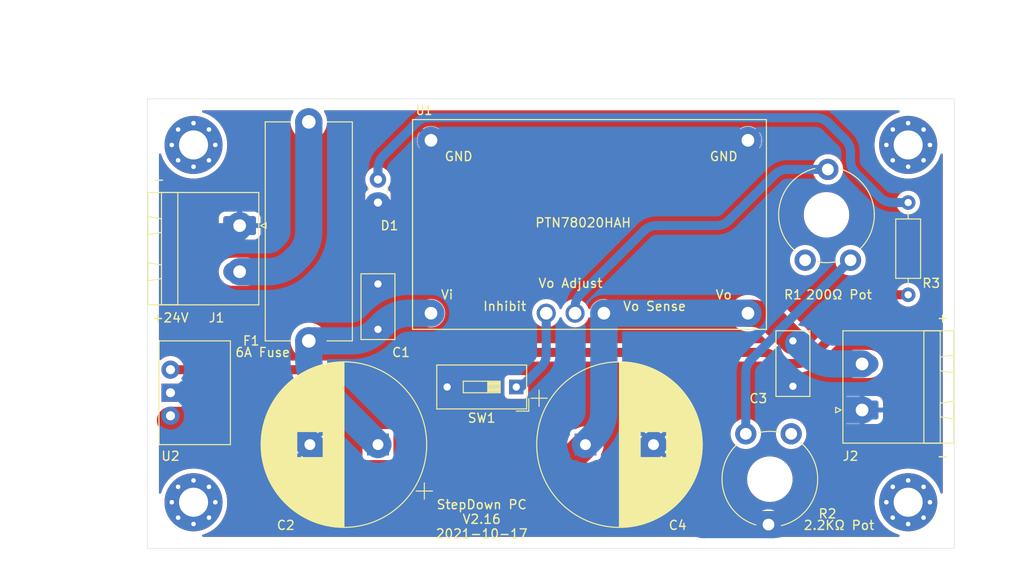
<source format=kicad_pcb>
(kicad_pcb (version 20211014) (generator pcbnew)
  (title_block (title "StepDown PC") (date "2022-09-27") (rev "2.16") (company "Gianluca De Rossi"))
  (layers (0 "F.Cu" signal) (31 "B.Cu" signal) (34 "B.Paste" user) (35 "F.Paste" user) (36 "B.SilkS" user "B.Silkscreen") (37 "F.SilkS" user "F.Silkscreen") (38 "B.Mask" user) (39 "F.Mask" user) (44 "Edge.Cuts" user))
  (net 0 "")
  (net 1 "GND")
  (net 2 "Net-(R1-Pad1)")
  (net 3 "VCC")
  (net 4 "VDD")
  (net 5 "Net-(R1-Pad2)")
  (net 6 "Net-(SW1-Pad1)")
  (net 7 "+24V")
  (net 8 "Net-(D1-Pad2)")
  (net 9 "Net-(R3-Pad2)")
  (footprint "Button_Switch_THT:SW_DIP_SPSTx01_Slide_9.78x4.72mm_W7.62mm_P2.54mm" (layer "F.Cu") (at 78.74 62.23 180)
    (fp_text reference "SW1" (at 3.81 -3.42) (layer "F.SilkS"))
    (fp_text value "SW_DIP_x01")
    (pad "1" thru_hole rect (at 0 0 180) (size 1.6 1.6) (drill 0.8) (layers *.Cu *.Mask) (net 6 "Net-(SW1-Pad1)"))
    (pad "2" thru_hole oval (at 7.62 0 180) (size 1.6 1.6) (drill 0.8) (layers *.Cu *.Mask) (net 1 "GND"))
  )
  (footprint "Littlelfuse520series:Fuseholder_Cylinder-5x20mm_Littlelfuse_520_Horizontal_Open" (layer "F.Cu") (at 55.88 33.02 -90)
    (fp_text reference "F1" (at 24.13 6.35) (layer "F.SilkS"))
    (fp_text value "6A Fuse")
    (pad "1" thru_hole circle (at 0 0 270) (size 3 3) (drill 1.5) (layers *.Cu *.Mask) (net 7 "+24V"))
    (pad "2" thru_hole circle (at 24.13 0 270) (size 3 3) (drill 1.5) (layers *.Cu *.Mask) (net 3 "VCC"))
  )
  (footprint "Capacitor_THT:CP_Radial_D18.0mm_P7.50mm" (layer "F.Cu") (at 86.36 68.58)
    (fp_text reference "C4" (at 10.16 8.89) (layer "F.SilkS"))
    (fp_text value "560uF")
    (pad "1" thru_hole rect (at 0 0) (size 2.4 2.4) (drill 1.2) (layers *.Cu *.Mask) (net 4 "VDD"))
    (pad "2" thru_hole circle (at 7.5 0) (size 2.4 2.4) (drill 1.2) (layers *.Cu *.Mask) (net 1 "GND"))
  )
  (footprint "Capacitor_THT:C_Rect_L7.0mm_W3.5mm_P5.00mm" (layer "F.Cu") (at 109.22 57.15 -90)
    (fp_text reference "C3" (at 6.35 3.81 180) (layer "F.SilkS"))
    (fp_text value "56uF Ceramic")
    (pad "1" thru_hole circle (at 0 0 270) (size 1.6 1.6) (drill 0.8) (layers *.Cu *.Mask) (net 4 "VDD"))
    (pad "2" thru_hole circle (at 5 0 270) (size 1.6 1.6) (drill 0.8) (layers *.Cu *.Mask) (net 1 "GND"))
  )
  (footprint "Capacitor_THT:CP_Radial_D18.0mm_P7.50mm" (layer "F.Cu") (at 63.5 68.58 180)
    (fp_text reference "C2" (at 10.16 -8.89) (layer "F.SilkS"))
    (fp_text value "560uF")
    (pad "1" thru_hole rect (at 0 0 180) (size 2.4 2.4) (drill 1.2) (layers *.Cu *.Mask) (net 3 "VCC"))
    (pad "2" thru_hole circle (at 7.5 0 180) (size 2.4 2.4) (drill 1.2) (layers *.Cu *.Mask) (net 1 "GND"))
  )
  (footprint "PTN78020HAH:PTN78020HAH" (layer "F.Cu") (at 67.31 55.88)
    (fp_text reference "U1" (at 1.27 -24.13) (layer "F.SilkS") (effects (font (size 1 0.9))))
    (fp_text value "PTN78020HAH" (at 18.8 -11.747501) (layer "F.SilkS"))
    (fp_text user "Vo" (at 34.29 -3.81) (layer "F.SilkS"))
    (fp_text user "Inhibit" (at 10.16 -2.54) (layer "F.SilkS"))
    (fp_text user "GND" (at 34.29 -19.05) (layer "F.SilkS"))
    (fp_text user "GND" (at 5.08 -19.05) (layer "F.SilkS"))
    (fp_text user "Vo Sense" (at 26.67 -2.54) (layer "F.SilkS"))
    (fp_text user "Vi" (at 3.81 -3.81) (layer "F.SilkS"))
    (fp_text user "Vo Adjust " (at 17.78 -5.08) (layer "F.SilkS"))
    (pad "1" thru_hole circle locked (at 2.032 -20.828) (size 2.1 2.1) (drill 1.4) (layers *.Cu *.Mask) (net 1 "GND"))
    (pad "2" thru_hole circle locked (at 2.032 -1.778) (size 2.1 2.1) (drill 1.4) (layers *.Cu *.Mask) (net 3 "VCC"))
    (pad "3" thru_hole circle locked (at 14.732 -1.778) (size 2.1 2.1) (drill 1.4) (layers *.Cu *.Mask) (net 6 "Net-(SW1-Pad1)"))
    (pad "4" thru_hole circle locked (at 17.907 -1.778) (size 2.1 2.1) (drill 1.4) (layers *.Cu *.Mask) (net 5 "Net-(R1-Pad2)"))
    (pad "5" thru_hole circle locked (at 21.082 -1.778) (size 2.1 2.1) (drill 1.4) (layers *.Cu *.Mask) (net 4 "VDD"))
    (pad "6" thru_hole circle locked (at 36.957 -1.778) (size 2.1 2.1) (drill 1.4) (layers *.Cu *.Mask) (net 4 "VDD"))
    (pad "7" thru_hole circle locked (at 36.957 -20.828) (size 2.1 2.1) (drill 1.4) (layers *.Cu *.Mask) (net 1 "GND"))
  )
  (footprint "MountingHole:MountingHole_3.2mm_M3_Pad_Via" (layer "F.Cu") (at 121.92 35.56)
    (fp_text reference "H2" hide)
    (fp_text value "MountingHole_3.2mm_M3_Pad_Via")
    (pad "1" thru_hole circle (at 2.4 0) (size 0.8 0.8) (drill 0.5) (layers *.Cu *.Mask))
    (pad "1" thru_hole circle (at 0 0) (size 6.4 6.4) (drill 3.2) (layers *.Cu *.Mask))
    (pad "1" thru_hole circle (at -1.697056 -1.697056) (size 0.8 0.8) (drill 0.5) (layers *.Cu *.Mask))
    (pad "1" thru_hole circle (at -1.697056 1.697056) (size 0.8 0.8) (drill 0.5) (layers *.Cu *.Mask))
    (pad "1" thru_hole circle (at 1.697056 1.697056) (size 0.8 0.8) (drill 0.5) (layers *.Cu *.Mask))
    (pad "1" thru_hole circle (at 0 -2.4) (size 0.8 0.8) (drill 0.5) (layers *.Cu *.Mask))
    (pad "1" thru_hole circle (at 1.697056 -1.697056) (size 0.8 0.8) (drill 0.5) (layers *.Cu *.Mask))
    (pad "1" thru_hole circle (at 0 2.4) (size 0.8 0.8) (drill 0.5) (layers *.Cu *.Mask))
    (pad "1" thru_hole circle (at -2.4 0) (size 0.8 0.8) (drill 0.5) (layers *.Cu *.Mask))
  )
  (footprint "MountingHole:MountingHole_3.2mm_M3_Pad_Via" (layer "F.Cu") (at 43.18 74.93)
    (fp_text reference "H3" hide)
    (fp_text value "MountingHole_3.2mm_M3_Pad_Via")
    (pad "1" thru_hole circle (at -2.4 0) (size 0.8 0.8) (drill 0.5) (layers *.Cu *.Mask))
    (pad "1" thru_hole circle (at 0 0) (size 6.4 6.4) (drill 3.2) (layers *.Cu *.Mask))
    (pad "1" thru_hole circle (at 0 -2.4) (size 0.8 0.8) (drill 0.5) (layers *.Cu *.Mask))
    (pad "1" thru_hole circle (at 1.697056 -1.697056) (size 0.8 0.8) (drill 0.5) (layers *.Cu *.Mask))
    (pad "1" thru_hole circle (at -1.697056 -1.697056) (size 0.8 0.8) (drill 0.5) (layers *.Cu *.Mask))
    (pad "1" thru_hole circle (at 2.4 0) (size 0.8 0.8) (drill 0.5) (layers *.Cu *.Mask))
    (pad "1" thru_hole circle (at -1.697056 1.697056) (size 0.8 0.8) (drill 0.5) (layers *.Cu *.Mask))
    (pad "1" thru_hole circle (at 0 2.4) (size 0.8 0.8) (drill 0.5) (layers *.Cu *.Mask))
    (pad "1" thru_hole circle (at 1.697056 1.697056) (size 0.8 0.8) (drill 0.5) (layers *.Cu *.Mask))
  )
  (footprint "Piher_Amphenol_PT10:Potentiometer_Piher_Amphenol_PT-10-V10_Vertical_Hole" (layer "F.Cu") (at 115.57 48.26 90)
    (fp_text reference "R1" (at -3.81 -6.35 180) (layer "F.SilkS"))
    (fp_text value "200Ω")
    (pad "" np_thru_hole circle (at 5 -2.65 90) (size 4 4) (drill 4) (layers *.Cu *.Mask))
    (pad "1" thru_hole circle (at 0 0 90) (size 2.34 2.34) (drill 1.3) (layers *.Cu *.Mask) (net 2 "Net-(R1-Pad1)"))
    (pad "2" thru_hole circle (at 10 -2.5 90) (size 2.34 2.34) (drill 1.3) (layers *.Cu *.Mask) (net 5 "Net-(R1-Pad2)"))
    (pad "3" thru_hole circle (at 0 -5 90) (size 2.34 2.34) (drill 1.3) (layers *.Cu *.Mask))
  )
  (footprint "Piher_Amphenol_PT10:Potentiometer_Piher_Amphenol_PT-10-V10_Vertical_Hole" (layer "F.Cu") (at 104.03 67.39 -90)
    (fp_text reference "R2" (at 8.81 -9 180) (layer "F.SilkS"))
    (fp_text value "2.2KΩ")
    (pad "" np_thru_hole circle (at 5 -2.65 270) (size 4 4) (drill 4) (layers *.Cu *.Mask))
    (pad "1" thru_hole circle (at 0 0 270) (size 2.34 2.34) (drill 1.3) (layers *.Cu *.Mask) (net 2 "Net-(R1-Pad1)"))
    (pad "2" thru_hole circle (at 10 -2.5 270) (size 2.34 2.34) (drill 1.3) (layers *.Cu *.Mask) (net 1 "GND"))
    (pad "3" thru_hole circle (at 0 -5 270) (size 2.34 2.34) (drill 1.3) (layers *.Cu *.Mask))
  )
  (footprint "MountingHole:MountingHole_3.2mm_M3_Pad_Via" (layer "F.Cu") (at 43.18 35.56)
    (fp_text reference "H1" hide)
    (fp_text value "MountingHole_3.2mm_M3_Pad_Via")
    (pad "1" thru_hole circle (at 2.4 0) (size 0.8 0.8) (drill 0.5) (layers *.Cu *.Mask))
    (pad "1" thru_hole circle (at 0 2.4) (size 0.8 0.8) (drill 0.5) (layers *.Cu *.Mask))
    (pad "1" thru_hole circle (at 0 0) (size 6.4 6.4) (drill 3.2) (layers *.Cu *.Mask))
    (pad "1" thru_hole circle (at -1.697056 -1.697056) (size 0.8 0.8) (drill 0.5) (layers *.Cu *.Mask))
    (pad "1" thru_hole circle (at -1.697056 1.697056) (size 0.8 0.8) (drill 0.5) (layers *.Cu *.Mask))
    (pad "1" thru_hole circle (at 1.697056 1.697056) (size 0.8 0.8) (drill 0.5) (layers *.Cu *.Mask))
    (pad "1" thru_hole circle (at 1.697056 -1.697056) (size 0.8 0.8) (drill 0.5) (layers *.Cu *.Mask))
    (pad "1" thru_hole circle (at -2.4 0) (size 0.8 0.8) (drill 0.5) (layers *.Cu *.Mask))
    (pad "1" thru_hole circle (at 0 -2.4) (size 0.8 0.8) (drill 0.5) (layers *.Cu *.Mask))
  )
  (footprint "Capacitor_THT:C_Rect_L7.0mm_W3.5mm_P5.00mm" (layer "F.Cu") (at 63.5 55.88 90)
    (fp_text reference "C1" (at -2.54 2.54 180) (layer "F.SilkS"))
    (fp_text value "56uF Ceramic")
    (pad "1" thru_hole circle (at 0 0 90) (size 1.6 1.6) (drill 0.8) (layers *.Cu *.Mask) (net 3 "VCC"))
    (pad "2" thru_hole circle (at 5 0 90) (size 1.6 1.6) (drill 0.8) (layers *.Cu *.Mask) (net 1 "GND"))
  )
  (footprint "MountingHole:MountingHole_3.2mm_M3_Pad_Via" (layer "F.Cu") (at 121.92 74.93)
    (fp_text reference "H4" hide)
    (fp_text value "MountingHole_3.2mm_M3_Pad_Via")
    (pad "1" thru_hole circle (at -1.697056 1.697056) (size 0.8 0.8) (drill 0.5) (layers *.Cu *.Mask))
    (pad "1" thru_hole circle (at 2.4 0) (size 0.8 0.8) (drill 0.5) (layers *.Cu *.Mask))
    (pad "1" thru_hole circle (at 0 0) (size 6.4 6.4) (drill 3.2) (layers *.Cu *.Mask))
    (pad "1" thru_hole circle (at -2.4 0) (size 0.8 0.8) (drill 0.5) (layers *.Cu *.Mask))
    (pad "1" thru_hole circle (at 0 2.4) (size 0.8 0.8) (drill 0.5) (layers *.Cu *.Mask))
    (pad "1" thru_hole circle (at 1.697056 1.697056) (size 0.8 0.8) (drill 0.5) (layers *.Cu *.Mask))
    (pad "1" thru_hole circle (at 0 -2.4) (size 0.8 0.8) (drill 0.5) (layers *.Cu *.Mask))
    (pad "1" thru_hole circle (at -1.697056 -1.697056) (size 0.8 0.8) (drill 0.5) (layers *.Cu *.Mask))
    (pad "1" thru_hole circle (at 1.697056 -1.697056) (size 0.8 0.8) (drill 0.5) (layers *.Cu *.Mask))
  )
  (footprint "Connector_Phoenix_MSTB:PhoenixContact_MSTBA_2,5_2-G-5,08_1x02_P5.08mm_Horizontal" (layer "F.Cu") (at 48.26 44.45 -90)
    (fp_text reference "J1" (at 10.16 2.54 180) (layer "F.SilkS"))
    (fp_text value "Output_Screw_Terminal")
    (pad "1" thru_hole roundrect (at 0 0 270) (size 2.08 3.6) (drill 1.4) (layers *.Cu *.Mask) (roundrect_rratio 0.120192) (net 1 "GND"))
    (pad "2" thru_hole oval (at 5.08 0 270) (size 2.08 3.6) (drill 1.4) (layers *.Cu *.Mask) (net 7 "+24V"))
  )
  (footprint "Connector_Phoenix_MSTB:PhoenixContact_MSTBA_2,5_2-G-5,08_1x02_P5.08mm_Horizontal" (layer "F.Cu") (at 116.84 64.77 90)
    (fp_text reference "J2" (at -5.08 -1.27 180) (layer "F.SilkS"))
    (fp_text value "Input_Screw_Terminal")
    (pad "1" thru_hole roundrect (at 0 0 90) (size 2.08 3.6) (drill 1.4) (layers *.Cu *.Mask) (roundrect_rratio 0.120192) (net 1 "GND"))
    (pad "2" thru_hole oval (at 5.08 0 90) (size 2.08 3.6) (drill 1.4) (layers *.Cu *.Mask) (net 4 "VDD"))
  )
  (footprint "LED_THT:LED_Rectangular_W3.0mm_H2.0mm" (layer "F.Cu") (at 63.5 41.91 90)
    (fp_text reference "D1" (at -2.54 1.27 180) (layer "F.SilkS"))
    (fp_text value "LED")
    (pad "1" thru_hole rect (at 0 0 90) (size 1.8 1.8) (drill 0.9) (layers *.Cu *.Mask) (net 1 "GND"))
    (pad "2" thru_hole circle (at 2.54 0 90) (size 1.8 1.8) (drill 0.9) (layers *.Cu *.Mask) (net 8 "Net-(D1-Pad2)"))
  )
  (footprint "Resistor_THT:R_Axial_DIN0207_L6.3mm_D2.5mm_P10.16mm_Horizontal" (layer "F.Cu") (at 121.92 41.91 -90)
    (fp_text reference "R3" (at 8.89 -2.54 180) (layer "F.SilkS"))
    (fp_text value "56Ω")
    (pad "1" thru_hole circle (at 0 0 270) (size 1.6 1.6) (drill 0.8) (layers *.Cu *.Mask) (net 8 "Net-(D1-Pad2)"))
    (pad "2" thru_hole oval (at 10.16 0 270) (size 1.6 1.6) (drill 0.8) (layers *.Cu *.Mask) (net 9 "Net-(R3-Pad2)"))
  )
  (footprint "VXO78-1000:VXO78-1000" (layer "F.Cu") (at 38.1 69.85 90)
    (fp_text reference "U2" (at 0 2.54) (layer "F.SilkS"))
    (fp_text value "VXO78-1000")
    (pad "1" thru_hole circle (at 4.445 2.54 90) (size 2 2) (drill 1) (layers *.Cu *.Mask) (net 4 "VDD"))
    (pad "2" thru_hole rect (at 6.985 2.54 90) (size 2 2) (drill 1) (layers *.Cu *.Mask) (net 1 "GND"))
    (pad "3" thru_hole circle (at 9.525 2.54 180) (size 2 2) (drill 1) (layers *.Cu *.Mask) (net 9 "Net-(R3-Pad2)"))
  )
  (gr_line (start 127 80.01) (end 38.1 80.01) (layer "Edge.Cuts") (width 0.05))
  (gr_line (start 38.1 30.48) (end 127 30.48) (layer "Edge.Cuts") (width 0.05))
  (gr_line (start 38.1 30.48) (end 38.1 80.01) (layer "Edge.Cuts") (width 0.05))
  (gr_line (start 127 30.48) (end 127 80.01) (layer "Edge.Cuts") (width 0.05))
  (gr_text "200Ω Pot" (at 114.3 52.07) (layer "F.SilkS") (effects (font (size 1 1))))
  (gr_text "6A Fuse" (at 50.8 58.42) (layer "F.SilkS") (effects (font (size 1 1))))
  (gr_text "StepDown PC\nV2.16\n2021-10-17" (at 74.93 76.8) (layer "F.SilkS") (effects (font (size 1 1))))
  (gr_text "2.2KΩ Pot" (at 114.3 77.47) (layer "F.SilkS") (effects (font (size 1 1))))
  (gr_text "-" (at 39.37 39.37) (layer "F.SilkS") (effects (font (size 1 1))))
  (gr_text "+24V" (at 40.64 54.61) (layer "F.SilkS") (effects (font (size 1 1))))
  (gr_text "+" (at 125.73 54.61) (layer "F.SilkS") (effects (font (size 1 1))))
  (gr_text "-" (at 125.73 69.85) (layer "F.SilkS") (effects (font (size 1 1))))
  (segment (start 49.263146 63.5) (end 46.682944 63.5) (width 3) (layer "B.Cu") (net 1))
  (segment (start 56 68.58) (end 62.448427 75.028427) (width 3) (layer "B.Cu") (net 1))
  (segment (start 46.682944 63.5) (end 43.249002 63.5) (width 3) (layer "B.Cu") (net 1))
  (segment (start 106.53 77.39) (end 106.941988 77.39) (width 3) (layer "B.Cu") (net 1))
  (segment (start 98.082893 76.492893) (end 98.687107 77.097107) (width 3) (layer "B.Cu") (net 1))
  (segment (start 86.24 76.2) (end 93.86 68.58) (width 3) (layer "B.Cu") (net 1))
  (segment (start 72.488427 60.861573) (end 71.12 62.23) (width 3) (layer "B.Cu") (net 1))
  (segment (start 63.550239 50.88) (end 63.828249 50.60199) (width 3) (layer "B.Cu") (net 1))
  (segment (start 69.342 35.052) (end 69.51332 35.22332) (width 3) (layer "B.Cu") (net 1))
  (segment (start 116.84 64.77) (end 112.560002 64.77) (width 3) (layer "B.Cu") (net 1))
  (segment (start 73.46199 50.60199) (end 73.66 50.8) (width 3) (layer "B.Cu") (net 1))
  (segment (start 63.5 50.88) (end 63.550239 50.88) (width 3) (layer "B.Cu") (net 1))
  (segment (start 73.66 50.8) (end 73.66 58.033146) (width 3) (layer "B.Cu") (net 1))
  (segment (start 71.63464 36.101999) (end 101.97436 36.101999) (width 3) (layer "B.Cu") (net 1))
  (segment (start 43.249002 63.5) (end 42.614002 62.865) (width 3) (layer "B.Cu") (net 1))
  (segment (start 65.276854 76.2) (end 71.12 76.2) (width 3) (layer "B.Cu") (net 1))
  (segment (start 109.063309 76.51132) (end 111.028428 74.546201) (width 3) (layer "B.Cu") (net 1))
  (segment (start 71.12 62.23) (end 71.12 76.2) (width 3) (layer "B.Cu") (net 1))
  (segment (start 112.200001 65.130001) (end 110.019999 62.949999) (width 3) (layer "B.Cu") (net 1))
  (segment (start 110.019999 62.949999) (end 109.22 62.15) (width 3) (layer "B.Cu") (net 1))
  (segment (start 45.301321 51.651321) (end 45.511371 51.861371) (width 3) (layer "B.Cu") (net 1))
  (segment (start 48.26 44.45) (end 45.30132 47.40868) (width 3) (layer "B.Cu") (net 1))
  (segment (start 46.682944 54.689798) (end 46.682944 63.5) (width 3) (layer "B.Cu") (net 1))
  (segment (start 63.828249 50.60199) (end 73.46199 50.60199) (width 3) (layer "B.Cu") (net 1))
  (segment (start 104.095681 35.223319) (end 104.267 35.052) (width 3) (layer "B.Cu") (net 1))
  (segment (start 71.12 76.2) (end 86.24 76.2) (width 3) (layer "B.Cu") (net 1))
  (segment (start 73.66 41.026854) (end 73.66 50.8) (width 3) (layer "B.Cu") (net 1))
  (segment (start 112.560002 64.77) (end 112.200001 65.130001) (width 3) (layer "B.Cu") (net 1))
  (segment (start 86.24 76.2) (end 97.375786 76.2) (width 3) (layer "B.Cu") (net 1))
  (segment (start 99.394214 77.39) (end 106.53 77.39) (width 3) (layer "B.Cu") (net 1))
  (segment (start 56 68.58) (end 52.091573 64.671573) (width 3) (layer "B.Cu") (net 1))
  (segment (start 69.342 35.052) (end 72.488427 38.198427) (width 3) (layer "B.Cu") (net 1))
  (segment (start 63.5 50.88) (end 63.5 42.270001) (width 3) (layer "B.Cu") (net 1))
  (segment (start 112.200001 71.717774) (end 112.200001 65.130001) (width 3) (layer "B.Cu") (net 1))
  (arc (start 101.97436 36.101999) (mid 103.122411 35.873637) (end 104.095681 35.223319) (width 3) (layer "B.Cu") (net 1))
  (arc (start 98.687107 77.097107) (mid 99.01153 77.31388) (end 99.394214 77.39) (width 3) (layer "B.Cu") (net 1))
  (arc (start 72.488427 60.861573) (mid 73.355518 59.56388) (end 73.66 58.033146) (width 3) (layer "B.Cu") (net 1))
  (arc (start 45.301321 51.651321) (mid 44.422641 49.530001) (end 45.30132 47.40868) (width 3) (layer "B.Cu") (net 1))
  (arc (start 71.63464 36.101999) (mid 70.48659 35.873638) (end 69.51332 35.22332) (width 3) (layer "B.Cu") (net 1))
  (arc (start 49.263146 63.5) (mid 50.79388 63.804482) (end 52.091573 64.671573) (width 3) (layer "B.Cu") (net 1))
  (arc (start 112.200001 71.717774) (mid 111.895519 73.248508) (end 111.028428 74.546201) (width 3) (layer "B.Cu") (net 1))
  (arc (start 98.082893 76.492893) (mid 97.75847 76.27612) (end 97.375786 76.2) (width 3) (layer "B.Cu") (net 1))
  (arc (start 45.511371 51.861371) (mid 46.378462 53.159064) (end 46.682944 54.689798) (width 3) (layer "B.Cu") (net 1))
  (arc (start 62.448427 75.028427) (mid 63.74612 75.895518) (end 65.276854 76.2) (width 3) (layer "B.Cu") (net 1))
  (arc (start 72.488427 38.198427) (mid 73.355518 39.49612) (end 73.66 41.026854) (width 3) (layer "B.Cu") (net 1))
  (arc (start 106.941988 77.39) (mid 108.090039 77.161638) (end 109.063309 76.51132) (width 3) (layer "B.Cu") (net 1))
  (segment (start 111.635998 52.07) (end 111.76 52.07) (width 1) (layer "B.Cu") (net 2))
  (segment (start 104.615787 59.214213) (end 107.419999 56.410001) (width 1) (layer "B.Cu") (net 2))
  (segment (start 111.76 52.07) (end 115.57 48.26) (width 1) (layer "B.Cu") (net 2))
  (segment (start 104.03 67.39) (end 104.03 60.628427) (width 1) (layer "B.Cu") (net 2))
  (segment (start 107.419999 56.285999) (end 111.635998 52.07) (width 1) (layer "B.Cu") (net 2))
  (segment (start 107.419999 56.410001) (end 107.419999 56.285999) (width 1) (layer "B.Cu") (net 2))
  (arc (start 104.03 60.628427) (mid 104.182241 59.86306) (end 104.615787 59.214213) (width 1) (layer "B.Cu") (net 2))
  (segment (start 64.106427 55.273573) (end 63.5 55.88) (width 3) (layer "B.Cu") (net 3))
  (segment (start 55.88 57.15) (end 55.88 59.303146) (width 3) (layer "B.Cu") (net 3))
  (segment (start 57.051573 62.131573) (end 63.5 68.58) (width 3) (layer "B.Cu") (net 3))
  (segment (start 63.401573 55.978427) (end 63.5 55.88) (width 3) (layer "B.Cu") (net 3))
  (segment (start 69.342 54.102) (end 66.934854 54.102) (width 3) (layer "B.Cu") (net 3))
  (segment (start 55.88 57.15) (end 60.573146 57.15) (width 3) (layer "B.Cu") (net 3))
  (arc (start 60.573146 57.15) (mid 62.10388 56.845518) (end 63.401573 55.978427) (width 3) (layer "B.Cu") (net 3))
  (arc (start 64.106427 55.273573) (mid 65.40412 54.406482) (end 66.934854 54.102) (width 3) (layer "B.Cu") (net 3))
  (arc (start 57.051573 62.131573) (mid 56.184482 60.83388) (end 55.88 59.303146) (width 3) (layer "B.Cu") (net 3))
  (segment (start 77.083146 76.2) (end 56.266854 76.2) (width 3) (layer "F.Cu") (net 4))
  (segment (start 53.438427 75.028427) (end 45.496574 67.086574) (width 3) (layer "F.Cu") (net 4))
  (segment (start 42.668147 65.915001) (end 40.64 65.915001) (width 3) (layer "F.Cu") (net 4))
  (segment (start 104.267 54.102) (end 104.515146 54.102) (width 3) (layer "F.Cu") (net 4))
  (segment (start 107.343573 55.273573) (end 109.22 57.15) (width 3) (layer "F.Cu") (net 4))
  (segment (start 86.36 68.58) (end 79.911573 75.028427) (width 3) (layer "F.Cu") (net 4))
  (arc (start 56.266854 76.2) (mid 54.73612 75.895518) (end 53.438427 75.028427) (width 3) (layer "F.Cu") (net 4))
  (arc (start 45.496574 67.086574) (mid 44.198881 66.219483) (end 42.668147 65.915001) (width 3) (layer "F.Cu") (net 4))
  (arc (start 77.083146 76.2) (mid 78.61388 75.895518) (end 79.911573 75.028427) (width 3) (layer "F.Cu") (net 4))
  (arc (start 107.343573 55.273573) (mid 106.04588 54.406482) (end 104.515146 54.102) (width 3) (layer "F.Cu") (net 4))
  (segment (start 88.392 54.102) (end 104.267 54.102) (width 3) (layer "B.Cu") (net 4))
  (segment (start 116.84 59.69) (end 113.696854 59.69) (width 3) (layer "B.Cu") (net 4))
  (segment (start 110.868427 58.518427) (end 109.857774 57.507774) (width 3) (layer "B.Cu") (net 4))
  (segment (start 87.220427 67.719573) (end 86.36 68.58) (width 3) (layer "B.Cu") (net 4))
  (segment (start 88.392 54.102) (end 88.392 64.891146) (width 3) (layer "B.Cu") (net 4))
  (arc (start 113.696854 59.69) (mid 112.16612 59.385518) (end 110.868427 58.518427) (width 3) (layer "B.Cu") (net 4))
  (arc (start 87.220427 67.719573) (mid 88.087518 66.42188) (end 88.392 64.891146) (width 3) (layer "B.Cu") (net 4))
  (segment (start 85.217 54.102) (end 85.217 53.445503) (width 1) (layer "B.Cu") (net 5))
  (segment (start 94.212503 44.45) (end 100.771573 44.45) (width 1) (layer "B.Cu") (net 5))
  (segment (start 108.618427 38.26) (end 113.07 38.26) (width 1) (layer "B.Cu") (net 5))
  (segment (start 102.185787 43.864213) (end 107.204214 38.845786) (width 1) (layer "B.Cu") (net 5))
  (segment (start 85.802787 52.031289) (end 92.79829 45.035786) (width 1) (layer "B.Cu") (net 5))
  (arc (start 94.212503 44.45) (mid 93.447136 44.602241) (end 92.79829 45.035786) (width 1) (layer "B.Cu") (net 5))
  (arc (start 108.618427 38.26) (mid 107.85306 38.412241) (end 107.204214 38.845786) (width 1) (layer "B.Cu") (net 5))
  (arc (start 100.771573 44.45) (mid 101.53694 44.297759) (end 102.185787 43.864213) (width 1) (layer "B.Cu") (net 5))
  (arc (start 85.802787 52.031289) (mid 85.369241 52.680136) (end 85.217 53.445503) (width 1) (layer "B.Cu") (net 5))
  (segment (start 79.27 62.23) (end 81.456214 60.043786) (width 1) (layer "B.Cu") (net 6))
  (segment (start 78.74 62.23) (end 79.27 62.23) (width 1) (layer "B.Cu") (net 6))
  (segment (start 82.042 55.586924) (end 82.042 54.102) (width 1) (layer "B.Cu") (net 6))
  (segment (start 82.042 58.629573) (end 82.042 55.586924) (width 1) (layer "B.Cu") (net 6))
  (arc (start 82.042 58.629573) (mid 81.889759 59.39494) (end 81.456214 60.043786) (width 1) (layer "B.Cu") (net 6))
  (segment (start 55.88 35.14132) (end 55.88 33.02) (width 3) (layer "B.Cu") (net 7))
  (segment (start 54.231573 48.358427) (end 54.708427 47.881573) (width 3) (layer "B.Cu") (net 7))
  (segment (start 48.26 49.53) (end 51.403146 49.53) (width 3) (layer "B.Cu") (net 7))
  (segment (start 55.88 45.053146) (end 55.88 35.14132) (width 3) (layer "B.Cu") (net 7))
  (arc (start 51.403146 49.53) (mid 52.93388 49.225518) (end 54.231573 48.358427) (width 3) (layer "B.Cu") (net 7))
  (arc (start 55.88 45.053146) (mid 55.575518 46.58388) (end 54.708427 47.881573) (width 3) (layer "B.Cu") (net 7))
  (segment (start 116.155787 38.685787) (end 118.794214 41.324214) (width 1) (layer "B.Cu") (net 8))
  (segment (start 63.5 39.37) (end 63.5 38.186879) (width 1) (layer "B.Cu") (net 8))
  (segment (start 120.208427 41.91) (end 121.92 41.91) (width 1) (layer "B.Cu") (net 8))
  (segment (start 113.147778 33.137778) (end 114.984214 34.974214) (width 1) (layer "B.Cu") (net 8))
  (segment (start 115.57 36.388427) (end 115.57 37.271573) (width 1) (layer "B.Cu") (net 8))
  (segment (start 69.134888 32.551991) (end 111.733564 32.551991) (width 1) (layer "B.Cu") (net 8))
  (segment (start 64.085787 36.772665) (end 67.720675 33.137777) (width 1) (layer "B.Cu") (net 8))
  (arc (start 120.208427 41.91) (mid 119.44306 41.757759) (end 118.794214 41.324214) (width 1) (layer "B.Cu") (net 8))
  (arc (start 64.085787 36.772665) (mid 63.652241 37.421512) (end 63.5 38.186879) (width 1) (layer "B.Cu") (net 8))
  (arc (start 116.155787 38.685787) (mid 115.722241 38.03694) (end 115.57 37.271573) (width 1) (layer "B.Cu") (net 8))
  (arc (start 67.720675 33.137777) (mid 68.369521 32.704232) (end 69.134888 32.551991) (width 1) (layer "B.Cu") (net 8))
  (arc (start 113.147778 33.137778) (mid 112.498931 32.704232) (end 111.733564 32.551991) (width 1) (layer "B.Cu") (net 8))
  (arc (start 114.984214 34.974214) (mid 115.417759 35.62306) (end 115.57 36.388427) (width 1) (layer "B.Cu") (net 8))
  (segment (start 40.64 60.325) (end 63.306573 60.325) (width 1) (layer "F.Cu") (net 9))
  (segment (start 107.265787 59.005787) (end 107.324223 59.064223) (width 1) (layer "F.Cu") (net 9))
  (segment (start 66.868427 58.42) (end 105.851573 58.42) (width 1) (layer "F.Cu") (net 9))
  (segment (start 108.738436 59.650009) (end 109.701564 59.650009) (width 1) (layer "F.Cu") (net 9))
  (segment (start 118.938427 52.07) (end 121.92 52.07) (width 1) (layer "F.Cu") (net 9))
  (segment (start 64.720787 59.739213) (end 65.454214 59.005786) (width 1) (layer "F.Cu") (net 9))
  (segment (start 111.115778 59.064222) (end 117.524214 52.655786) (width 1) (layer "F.Cu") (net 9))
  (arc (start 118.938427 52.07) (mid 118.17306 52.222241) (end 117.524214 52.655786) (width 1) (layer "F.Cu") (net 9))
  (arc (start 66.868427 58.42) (mid 66.10306 58.572241) (end 65.454214 59.005786) (width 1) (layer "F.Cu") (net 9))
  (arc (start 107.265787 59.005787) (mid 106.61694 58.572241) (end 105.851573 58.42) (width 1) (layer "F.Cu") (net 9))
  (arc (start 107.324223 59.064223) (mid 107.973069 59.497768) (end 108.738436 59.650009) (width 1) (layer "F.Cu") (net 9))
  (arc (start 109.701564 59.650009) (mid 110.466931 59.497768) (end 111.115778 59.064222) (width 1) (layer "F.Cu") (net 9))
  (arc (start 63.306573 60.325) (mid 64.07194 60.172759) (end 64.720787 59.739213) (width 1) (layer "F.Cu") (net 9))
  (zone (net 1) (net_name "GND") (layer "F.Cu") (connect_pads (clearance 0.508)) (min_thickness 0.254) (fill yes (thermal_gap 0.508) (thermal_bridge_width 0.508))
    (polygon (pts (xy 125.73 78.74) (xy 39.37 78.74) (xy 39.37 31.75) (xy 125.73 31.75)))
  )
  (zone (net 1) (net_name "GND") (layer "B.Cu") (connect_pads (clearance 0.508)) (min_thickness 0.254) (fill yes (thermal_gap 0.508) (thermal_bridge_width 0.508))
    (polygon (pts (xy 125.73 78.74) (xy 39.37 78.74) (xy 39.37 31.75) (xy 125.73 31.75)))
  )
)
</source>
